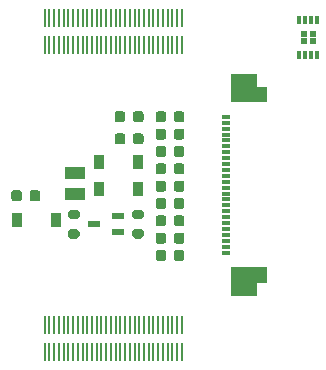
<source format=gbr>
%TF.GenerationSoftware,KiCad,Pcbnew,5.1.10-88a1d61d58~88~ubuntu20.04.1*%
%TF.CreationDate,2021-07-13T00:32:11+05:30*%
%TF.ProjectId,kimchi-epaper-lid,6b696d63-6869-42d6-9570-617065722d6c,v0.1*%
%TF.SameCoordinates,Original*%
%TF.FileFunction,Paste,Bot*%
%TF.FilePolarity,Positive*%
%FSLAX46Y46*%
G04 Gerber Fmt 4.6, Leading zero omitted, Abs format (unit mm)*
G04 Created by KiCad (PCBNEW 5.1.10-88a1d61d58~88~ubuntu20.04.1) date 2021-07-13 00:32:11*
%MOMM*%
%LPD*%
G01*
G04 APERTURE LIST*
%ADD10C,0.100000*%
%ADD11R,1.050000X0.500000*%
%ADD12R,1.820000X1.140000*%
%ADD13R,0.200000X1.500000*%
%ADD14R,0.300000X0.750000*%
%ADD15R,0.600000X0.500000*%
%ADD16R,0.900000X1.200000*%
%ADD17R,0.800000X0.300000*%
G04 APERTURE END LIST*
D10*
G36*
X162441800Y-119370060D02*
G01*
X164641800Y-119370060D01*
X164641800Y-118270060D01*
X165491800Y-118270060D01*
X165491800Y-116970060D01*
X162441800Y-116970060D01*
X162441800Y-119370060D01*
G37*
G36*
X162441800Y-100570060D02*
G01*
X164641800Y-100570060D01*
X164641800Y-101670060D01*
X165491800Y-101670060D01*
X165491800Y-102970060D01*
X162441800Y-102970060D01*
X162441800Y-100570060D01*
G37*
D11*
X150829500Y-113301939D03*
X152929500Y-113951939D03*
X152929500Y-112651939D03*
D12*
X149290000Y-110720000D03*
X149290000Y-108940000D03*
D13*
X148700000Y-124160000D03*
X149100000Y-124160000D03*
X149500000Y-124160000D03*
X149900000Y-124160000D03*
X150300000Y-124160000D03*
X146700000Y-121840000D03*
X150700000Y-124160000D03*
X147100000Y-121840000D03*
X151100000Y-124160000D03*
X147500000Y-121840000D03*
X151500000Y-124160000D03*
X147900000Y-121840000D03*
X151900000Y-124160000D03*
X148300000Y-121840000D03*
X152300000Y-124160000D03*
X148700000Y-121840000D03*
X152700000Y-124160000D03*
X149100000Y-121840000D03*
X153100000Y-124160000D03*
X149500000Y-121840000D03*
X153500000Y-124160000D03*
X149900000Y-121840000D03*
X153900000Y-124160000D03*
X150300000Y-121840000D03*
X154300000Y-124160000D03*
X150700000Y-121840000D03*
X154700000Y-124160000D03*
X151100000Y-121840000D03*
X155100000Y-124160000D03*
X151500000Y-121840000D03*
X155500000Y-124160000D03*
X151900000Y-121840000D03*
X155900000Y-124160000D03*
X152300000Y-121840000D03*
X156300000Y-124160000D03*
X152700000Y-121840000D03*
X156700000Y-124160000D03*
X153100000Y-121840000D03*
X157100000Y-124160000D03*
X153500000Y-121840000D03*
X157500000Y-124160000D03*
X153900000Y-121840000D03*
X157900000Y-124160000D03*
X154300000Y-121840000D03*
X158300000Y-124160000D03*
X154700000Y-121840000D03*
X146700000Y-124160000D03*
X155100000Y-121840000D03*
X147100000Y-124160000D03*
X155500000Y-121840000D03*
X147500000Y-124160000D03*
X155900000Y-121840000D03*
X147900000Y-124160000D03*
X156300000Y-121840000D03*
X148300000Y-124160000D03*
X156700000Y-121840000D03*
X157100000Y-121840000D03*
X157500000Y-121840000D03*
X157900000Y-121840000D03*
X158300000Y-121840000D03*
X148700000Y-98160000D03*
X149100000Y-98160000D03*
X149500000Y-98160000D03*
X149900000Y-98160000D03*
X150300000Y-98160000D03*
X146700000Y-95840000D03*
X150700000Y-98160000D03*
X147100000Y-95840000D03*
X151100000Y-98160000D03*
X147500000Y-95840000D03*
X151500000Y-98160000D03*
X147900000Y-95840000D03*
X151900000Y-98160000D03*
X148300000Y-95840000D03*
X152300000Y-98160000D03*
X148700000Y-95840000D03*
X152700000Y-98160000D03*
X149100000Y-95840000D03*
X153100000Y-98160000D03*
X149500000Y-95840000D03*
X153500000Y-98160000D03*
X149900000Y-95840000D03*
X153900000Y-98160000D03*
X150300000Y-95840000D03*
X154300000Y-98160000D03*
X150700000Y-95840000D03*
X154700000Y-98160000D03*
X151100000Y-95840000D03*
X155100000Y-98160000D03*
X151500000Y-95840000D03*
X155500000Y-98160000D03*
X151900000Y-95840000D03*
X155900000Y-98160000D03*
X152300000Y-95840000D03*
X156300000Y-98160000D03*
X152700000Y-95840000D03*
X156700000Y-98160000D03*
X153100000Y-95840000D03*
X157100000Y-98160000D03*
X153500000Y-95840000D03*
X157500000Y-98160000D03*
X153900000Y-95840000D03*
X157900000Y-98160000D03*
X154300000Y-95840000D03*
X158300000Y-98160000D03*
X154700000Y-95840000D03*
X146700000Y-98160000D03*
X155100000Y-95840000D03*
X147100000Y-98160000D03*
X155500000Y-95840000D03*
X147500000Y-98160000D03*
X155900000Y-95840000D03*
X147900000Y-98160000D03*
X156300000Y-95840000D03*
X148300000Y-98160000D03*
X156700000Y-95840000D03*
X157100000Y-95840000D03*
X157500000Y-95840000D03*
X157900000Y-95840000D03*
X158300000Y-95840000D03*
D14*
X169750000Y-99000000D03*
X169250000Y-99000000D03*
X168750000Y-99000000D03*
X168250000Y-99000000D03*
X168250000Y-96000000D03*
X168750000Y-96000000D03*
X169250000Y-96000000D03*
X169750000Y-96000000D03*
D15*
X169375000Y-97825000D03*
X168625000Y-97825000D03*
X169375000Y-97175000D03*
X168625000Y-97175000D03*
G36*
G01*
X155065140Y-105836400D02*
X155065140Y-106336400D01*
G75*
G02*
X154840140Y-106561400I-225000J0D01*
G01*
X154390140Y-106561400D01*
G75*
G02*
X154165140Y-106336400I0J225000D01*
G01*
X154165140Y-105836400D01*
G75*
G02*
X154390140Y-105611400I225000J0D01*
G01*
X154840140Y-105611400D01*
G75*
G02*
X155065140Y-105836400I0J-225000D01*
G01*
G37*
G36*
G01*
X153515140Y-105836400D02*
X153515140Y-106336400D01*
G75*
G02*
X153290140Y-106561400I-225000J0D01*
G01*
X152840140Y-106561400D01*
G75*
G02*
X152615140Y-106336400I0J225000D01*
G01*
X152615140Y-105836400D01*
G75*
G02*
X152840140Y-105611400I225000J0D01*
G01*
X153290140Y-105611400D01*
G75*
G02*
X153515140Y-105836400I0J-225000D01*
G01*
G37*
G36*
G01*
X145421140Y-111154780D02*
X145421140Y-110654780D01*
G75*
G02*
X145646140Y-110429780I225000J0D01*
G01*
X146096140Y-110429780D01*
G75*
G02*
X146321140Y-110654780I0J-225000D01*
G01*
X146321140Y-111154780D01*
G75*
G02*
X146096140Y-111379780I-225000J0D01*
G01*
X145646140Y-111379780D01*
G75*
G02*
X145421140Y-111154780I0J225000D01*
G01*
G37*
G36*
G01*
X143871140Y-111154780D02*
X143871140Y-110654780D01*
G75*
G02*
X144096140Y-110429780I225000J0D01*
G01*
X144546140Y-110429780D01*
G75*
G02*
X144771140Y-110654780I0J-225000D01*
G01*
X144771140Y-111154780D01*
G75*
G02*
X144546140Y-111379780I-225000J0D01*
G01*
X144096140Y-111379780D01*
G75*
G02*
X143871140Y-111154780I0J225000D01*
G01*
G37*
G36*
G01*
X156979400Y-108375446D02*
X156979400Y-108875446D01*
G75*
G02*
X156754400Y-109100446I-225000J0D01*
G01*
X156304400Y-109100446D01*
G75*
G02*
X156079400Y-108875446I0J225000D01*
G01*
X156079400Y-108375446D01*
G75*
G02*
X156304400Y-108150446I225000J0D01*
G01*
X156754400Y-108150446D01*
G75*
G02*
X156979400Y-108375446I0J-225000D01*
G01*
G37*
G36*
G01*
X158529400Y-108375446D02*
X158529400Y-108875446D01*
G75*
G02*
X158304400Y-109100446I-225000J0D01*
G01*
X157854400Y-109100446D01*
G75*
G02*
X157629400Y-108875446I0J225000D01*
G01*
X157629400Y-108375446D01*
G75*
G02*
X157854400Y-108150446I225000J0D01*
G01*
X158304400Y-108150446D01*
G75*
G02*
X158529400Y-108375446I0J-225000D01*
G01*
G37*
G36*
G01*
X156079400Y-105939842D02*
X156079400Y-105439842D01*
G75*
G02*
X156304400Y-105214842I225000J0D01*
G01*
X156754400Y-105214842D01*
G75*
G02*
X156979400Y-105439842I0J-225000D01*
G01*
X156979400Y-105939842D01*
G75*
G02*
X156754400Y-106164842I-225000J0D01*
G01*
X156304400Y-106164842D01*
G75*
G02*
X156079400Y-105939842I0J225000D01*
G01*
G37*
G36*
G01*
X157629400Y-105939842D02*
X157629400Y-105439842D01*
G75*
G02*
X157854400Y-105214842I225000J0D01*
G01*
X158304400Y-105214842D01*
G75*
G02*
X158529400Y-105439842I0J-225000D01*
G01*
X158529400Y-105939842D01*
G75*
G02*
X158304400Y-106164842I-225000J0D01*
G01*
X157854400Y-106164842D01*
G75*
G02*
X157629400Y-105939842I0J225000D01*
G01*
G37*
G36*
G01*
X157629400Y-113278852D02*
X157629400Y-112778852D01*
G75*
G02*
X157854400Y-112553852I225000J0D01*
G01*
X158304400Y-112553852D01*
G75*
G02*
X158529400Y-112778852I0J-225000D01*
G01*
X158529400Y-113278852D01*
G75*
G02*
X158304400Y-113503852I-225000J0D01*
G01*
X157854400Y-113503852D01*
G75*
G02*
X157629400Y-113278852I0J225000D01*
G01*
G37*
G36*
G01*
X156079400Y-113278852D02*
X156079400Y-112778852D01*
G75*
G02*
X156304400Y-112553852I225000J0D01*
G01*
X156754400Y-112553852D01*
G75*
G02*
X156979400Y-112778852I0J-225000D01*
G01*
X156979400Y-113278852D01*
G75*
G02*
X156754400Y-113503852I-225000J0D01*
G01*
X156304400Y-113503852D01*
G75*
G02*
X156079400Y-113278852I0J225000D01*
G01*
G37*
G36*
G01*
X158529400Y-111311050D02*
X158529400Y-111811050D01*
G75*
G02*
X158304400Y-112036050I-225000J0D01*
G01*
X157854400Y-112036050D01*
G75*
G02*
X157629400Y-111811050I0J225000D01*
G01*
X157629400Y-111311050D01*
G75*
G02*
X157854400Y-111086050I225000J0D01*
G01*
X158304400Y-111086050D01*
G75*
G02*
X158529400Y-111311050I0J-225000D01*
G01*
G37*
G36*
G01*
X156979400Y-111311050D02*
X156979400Y-111811050D01*
G75*
G02*
X156754400Y-112036050I-225000J0D01*
G01*
X156304400Y-112036050D01*
G75*
G02*
X156079400Y-111811050I0J225000D01*
G01*
X156079400Y-111311050D01*
G75*
G02*
X156304400Y-111086050I225000J0D01*
G01*
X156754400Y-111086050D01*
G75*
G02*
X156979400Y-111311050I0J-225000D01*
G01*
G37*
G36*
G01*
X156979400Y-109843248D02*
X156979400Y-110343248D01*
G75*
G02*
X156754400Y-110568248I-225000J0D01*
G01*
X156304400Y-110568248D01*
G75*
G02*
X156079400Y-110343248I0J225000D01*
G01*
X156079400Y-109843248D01*
G75*
G02*
X156304400Y-109618248I225000J0D01*
G01*
X156754400Y-109618248D01*
G75*
G02*
X156979400Y-109843248I0J-225000D01*
G01*
G37*
G36*
G01*
X158529400Y-109843248D02*
X158529400Y-110343248D01*
G75*
G02*
X158304400Y-110568248I-225000J0D01*
G01*
X157854400Y-110568248D01*
G75*
G02*
X157629400Y-110343248I0J225000D01*
G01*
X157629400Y-109843248D01*
G75*
G02*
X157854400Y-109618248I225000J0D01*
G01*
X158304400Y-109618248D01*
G75*
G02*
X158529400Y-109843248I0J-225000D01*
G01*
G37*
G36*
G01*
X156979400Y-106907644D02*
X156979400Y-107407644D01*
G75*
G02*
X156754400Y-107632644I-225000J0D01*
G01*
X156304400Y-107632644D01*
G75*
G02*
X156079400Y-107407644I0J225000D01*
G01*
X156079400Y-106907644D01*
G75*
G02*
X156304400Y-106682644I225000J0D01*
G01*
X156754400Y-106682644D01*
G75*
G02*
X156979400Y-106907644I0J-225000D01*
G01*
G37*
G36*
G01*
X158529400Y-106907644D02*
X158529400Y-107407644D01*
G75*
G02*
X158304400Y-107632644I-225000J0D01*
G01*
X157854400Y-107632644D01*
G75*
G02*
X157629400Y-107407644I0J225000D01*
G01*
X157629400Y-106907644D01*
G75*
G02*
X157854400Y-106682644I225000J0D01*
G01*
X158304400Y-106682644D01*
G75*
G02*
X158529400Y-106907644I0J-225000D01*
G01*
G37*
G36*
G01*
X156079400Y-104472040D02*
X156079400Y-103972040D01*
G75*
G02*
X156304400Y-103747040I225000J0D01*
G01*
X156754400Y-103747040D01*
G75*
G02*
X156979400Y-103972040I0J-225000D01*
G01*
X156979400Y-104472040D01*
G75*
G02*
X156754400Y-104697040I-225000J0D01*
G01*
X156304400Y-104697040D01*
G75*
G02*
X156079400Y-104472040I0J225000D01*
G01*
G37*
G36*
G01*
X157629400Y-104472040D02*
X157629400Y-103972040D01*
G75*
G02*
X157854400Y-103747040I225000J0D01*
G01*
X158304400Y-103747040D01*
G75*
G02*
X158529400Y-103972040I0J-225000D01*
G01*
X158529400Y-104472040D01*
G75*
G02*
X158304400Y-104697040I-225000J0D01*
G01*
X157854400Y-104697040D01*
G75*
G02*
X157629400Y-104472040I0J225000D01*
G01*
G37*
G36*
G01*
X158529400Y-115714456D02*
X158529400Y-116214456D01*
G75*
G02*
X158304400Y-116439456I-225000J0D01*
G01*
X157854400Y-116439456D01*
G75*
G02*
X157629400Y-116214456I0J225000D01*
G01*
X157629400Y-115714456D01*
G75*
G02*
X157854400Y-115489456I225000J0D01*
G01*
X158304400Y-115489456D01*
G75*
G02*
X158529400Y-115714456I0J-225000D01*
G01*
G37*
G36*
G01*
X156979400Y-115714456D02*
X156979400Y-116214456D01*
G75*
G02*
X156754400Y-116439456I-225000J0D01*
G01*
X156304400Y-116439456D01*
G75*
G02*
X156079400Y-116214456I0J225000D01*
G01*
X156079400Y-115714456D01*
G75*
G02*
X156304400Y-115489456I225000J0D01*
G01*
X156754400Y-115489456D01*
G75*
G02*
X156979400Y-115714456I0J-225000D01*
G01*
G37*
G36*
G01*
X157629400Y-114746654D02*
X157629400Y-114246654D01*
G75*
G02*
X157854400Y-114021654I225000J0D01*
G01*
X158304400Y-114021654D01*
G75*
G02*
X158529400Y-114246654I0J-225000D01*
G01*
X158529400Y-114746654D01*
G75*
G02*
X158304400Y-114971654I-225000J0D01*
G01*
X157854400Y-114971654D01*
G75*
G02*
X157629400Y-114746654I0J225000D01*
G01*
G37*
G36*
G01*
X156079400Y-114746654D02*
X156079400Y-114246654D01*
G75*
G02*
X156304400Y-114021654I225000J0D01*
G01*
X156754400Y-114021654D01*
G75*
G02*
X156979400Y-114246654I0J-225000D01*
G01*
X156979400Y-114746654D01*
G75*
G02*
X156754400Y-114971654I-225000J0D01*
G01*
X156304400Y-114971654D01*
G75*
G02*
X156079400Y-114746654I0J225000D01*
G01*
G37*
G36*
G01*
X152615140Y-104465959D02*
X152615140Y-103965959D01*
G75*
G02*
X152840140Y-103740959I225000J0D01*
G01*
X153290140Y-103740959D01*
G75*
G02*
X153515140Y-103965959I0J-225000D01*
G01*
X153515140Y-104465959D01*
G75*
G02*
X153290140Y-104690959I-225000J0D01*
G01*
X152840140Y-104690959D01*
G75*
G02*
X152615140Y-104465959I0J225000D01*
G01*
G37*
G36*
G01*
X154165140Y-104465959D02*
X154165140Y-103965959D01*
G75*
G02*
X154390140Y-103740959I225000J0D01*
G01*
X154840140Y-103740959D01*
G75*
G02*
X155065140Y-103965959I0J-225000D01*
G01*
X155065140Y-104465959D01*
G75*
G02*
X154840140Y-104690959I-225000J0D01*
G01*
X154390140Y-104690959D01*
G75*
G02*
X154165140Y-104465959I0J225000D01*
G01*
G37*
D16*
X147616140Y-112982500D03*
X144316140Y-112982500D03*
X151317380Y-108004100D03*
X154617380Y-108004100D03*
X151317380Y-110371380D03*
X154617380Y-110371380D03*
G36*
G01*
X149446620Y-114537500D02*
X148896620Y-114537500D01*
G75*
G02*
X148696620Y-114337500I0J200000D01*
G01*
X148696620Y-113937500D01*
G75*
G02*
X148896620Y-113737500I200000J0D01*
G01*
X149446620Y-113737500D01*
G75*
G02*
X149646620Y-113937500I0J-200000D01*
G01*
X149646620Y-114337500D01*
G75*
G02*
X149446620Y-114537500I-200000J0D01*
G01*
G37*
G36*
G01*
X149446620Y-112887500D02*
X148896620Y-112887500D01*
G75*
G02*
X148696620Y-112687500I0J200000D01*
G01*
X148696620Y-112287500D01*
G75*
G02*
X148896620Y-112087500I200000J0D01*
G01*
X149446620Y-112087500D01*
G75*
G02*
X149646620Y-112287500I0J-200000D01*
G01*
X149646620Y-112687500D01*
G75*
G02*
X149446620Y-112887500I-200000J0D01*
G01*
G37*
G36*
G01*
X154312380Y-113726939D02*
X154862380Y-113726939D01*
G75*
G02*
X155062380Y-113926939I0J-200000D01*
G01*
X155062380Y-114326939D01*
G75*
G02*
X154862380Y-114526939I-200000J0D01*
G01*
X154312380Y-114526939D01*
G75*
G02*
X154112380Y-114326939I0J200000D01*
G01*
X154112380Y-113926939D01*
G75*
G02*
X154312380Y-113726939I200000J0D01*
G01*
G37*
G36*
G01*
X154312380Y-112076939D02*
X154862380Y-112076939D01*
G75*
G02*
X155062380Y-112276939I0J-200000D01*
G01*
X155062380Y-112676939D01*
G75*
G02*
X154862380Y-112876939I-200000J0D01*
G01*
X154312380Y-112876939D01*
G75*
G02*
X154112380Y-112676939I0J200000D01*
G01*
X154112380Y-112276939D01*
G75*
G02*
X154312380Y-112076939I200000J0D01*
G01*
G37*
D17*
X162041800Y-104220060D03*
X162041800Y-104720060D03*
X162041800Y-105220060D03*
X162041800Y-105720060D03*
X162041800Y-106220060D03*
X162041800Y-106720060D03*
X162041800Y-107220060D03*
X162041800Y-107720060D03*
X162041800Y-108220060D03*
X162041800Y-108720060D03*
X162041800Y-109220060D03*
X162041800Y-109720060D03*
X162041800Y-110220060D03*
X162041800Y-110720060D03*
X162041800Y-111220060D03*
X162041800Y-111720060D03*
X162041800Y-112220060D03*
X162041800Y-112720060D03*
X162041800Y-113220060D03*
X162041800Y-113720060D03*
X162041800Y-114220060D03*
X162041800Y-114720060D03*
X162041800Y-115220060D03*
X162041800Y-115720060D03*
M02*

</source>
